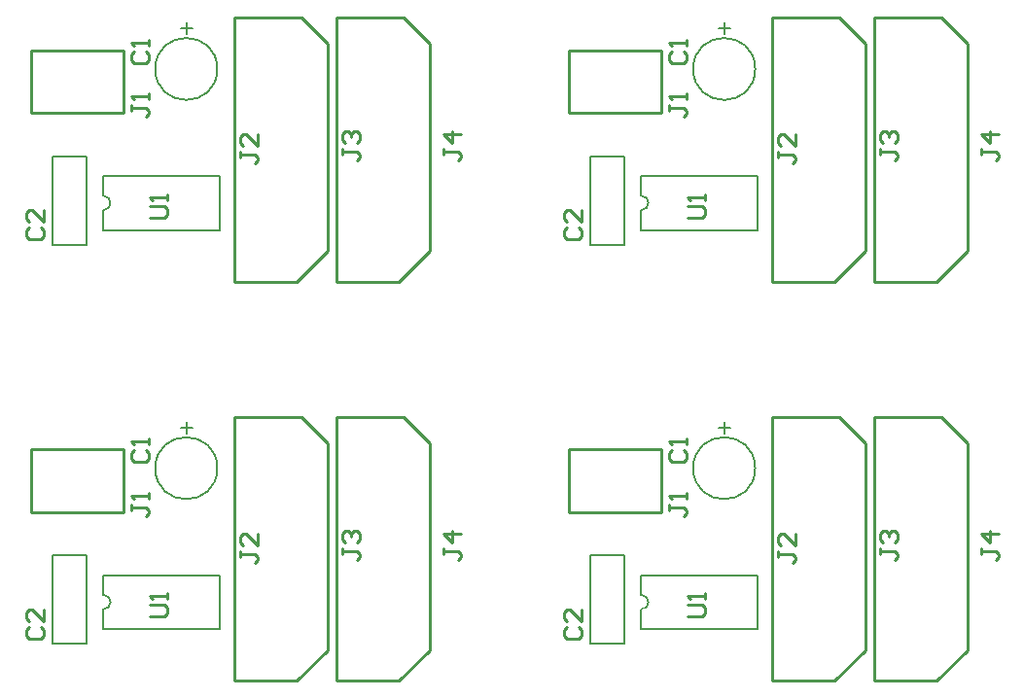
<source format=gto>
G04 Layer_Color=65535*
%FSLAX25Y25*%
%MOIN*%
G70*
G01*
G75*
%ADD21C,0.00787*%
%ADD22C,0.01000*%
D21*
X291630Y295937D02*
G03*
X291630Y295937I-10630J0D01*
G01*
X252500Y247492D02*
G03*
X252500Y252492I0J2500D01*
G01*
X246905Y235685D02*
Y266000D01*
X235094D02*
X246905D01*
X235094Y235685D02*
Y266000D01*
Y235685D02*
X246905D01*
X281000Y307874D02*
Y311874D01*
X279000Y309874D02*
X283000D01*
X252500Y240740D02*
Y247492D01*
Y252492D02*
Y259244D01*
X292500D01*
Y240740D02*
Y259244D01*
X252500Y240740D02*
X292500D01*
X476004Y295937D02*
G03*
X476004Y295937I-10630J0D01*
G01*
X436874Y247492D02*
G03*
X436874Y252492I0J2500D01*
G01*
X431280Y235685D02*
Y266000D01*
X419468D02*
X431280D01*
X419468Y235685D02*
Y266000D01*
Y235685D02*
X431280D01*
X465374Y307874D02*
Y311874D01*
X463374Y309874D02*
X467374D01*
X436874Y240740D02*
Y247492D01*
Y252492D02*
Y259244D01*
X476874D01*
Y240740D02*
Y259244D01*
X436874Y240740D02*
X476874D01*
X291630Y432811D02*
G03*
X291630Y432811I-10630J0D01*
G01*
X252500Y384366D02*
G03*
X252500Y389366I0J2500D01*
G01*
X246905Y372559D02*
Y402874D01*
X235094D02*
X246905D01*
X235094Y372559D02*
Y402874D01*
Y372559D02*
X246905D01*
X281000Y444748D02*
Y448748D01*
X279000Y446748D02*
X283000D01*
X252500Y377614D02*
Y384366D01*
Y389366D02*
Y396118D01*
X292500D01*
Y377614D02*
Y396118D01*
X252500Y377614D02*
X292500D01*
X476004Y432811D02*
G03*
X476004Y432811I-10630J0D01*
G01*
X436874Y384366D02*
G03*
X436874Y389366I0J2500D01*
G01*
X431280Y372559D02*
Y402874D01*
X419468D02*
X431280D01*
X419468Y372559D02*
Y402874D01*
Y372559D02*
X431280D01*
X465374Y444748D02*
Y448748D01*
X463374Y446748D02*
X467374D01*
X436874Y377614D02*
Y384366D01*
Y389366D02*
Y396118D01*
X476874D01*
Y377614D02*
Y396118D01*
X436874Y377614D02*
X476874D01*
D22*
X297413Y223000D02*
Y313500D01*
X320413D01*
X329413Y304500D01*
Y233500D02*
Y304500D01*
X318913Y223000D02*
X329413Y233500D01*
X297413Y223000D02*
X318913D01*
X332413D02*
Y313500D01*
X355413D01*
X364413Y304500D01*
Y233500D02*
Y304500D01*
X353913Y223000D02*
X364413Y233500D01*
X332413Y223000D02*
X353913D01*
X227909Y280752D02*
X259405D01*
X227909D02*
Y302406D01*
X258224D01*
X259405D01*
Y280752D02*
Y302406D01*
X263002Y301999D02*
X262002Y300999D01*
Y299000D01*
X263002Y298000D01*
X267000D01*
X268000Y299000D01*
Y300999D01*
X267000Y301999D01*
X268000Y303998D02*
Y305997D01*
Y304998D01*
X262002D01*
X263002Y303998D01*
X227002Y241499D02*
X226002Y240499D01*
Y238500D01*
X227002Y237500D01*
X231000D01*
X232000Y238500D01*
Y240499D01*
X231000Y241499D01*
X232000Y247497D02*
Y243498D01*
X228001Y247497D01*
X227002D01*
X226002Y246497D01*
Y244498D01*
X227002Y243498D01*
X262002Y283499D02*
Y281499D01*
Y282499D01*
X267000D01*
X268000Y281499D01*
Y280500D01*
X267000Y279500D01*
X268000Y285498D02*
Y287497D01*
Y286498D01*
X262002D01*
X263002Y285498D01*
X299502Y267499D02*
Y265499D01*
Y266499D01*
X304500D01*
X305500Y265499D01*
Y264500D01*
X304500Y263500D01*
X305500Y273497D02*
Y269498D01*
X301501Y273497D01*
X300502D01*
X299502Y272497D01*
Y270498D01*
X300502Y269498D01*
X334502Y268499D02*
Y266499D01*
Y267499D01*
X339500D01*
X340500Y266499D01*
Y265500D01*
X339500Y264500D01*
X335502Y270498D02*
X334502Y271498D01*
Y273497D01*
X335502Y274497D01*
X336501D01*
X337501Y273497D01*
Y272497D01*
Y273497D01*
X338501Y274497D01*
X339500D01*
X340500Y273497D01*
Y271498D01*
X339500Y270498D01*
X369002Y268499D02*
Y266499D01*
Y267499D01*
X374000D01*
X375000Y266499D01*
Y265500D01*
X374000Y264500D01*
X375000Y273497D02*
X369002D01*
X372001Y270498D01*
Y274497D01*
X268502Y245000D02*
X273500D01*
X274500Y246000D01*
Y247999D01*
X273500Y248999D01*
X268502D01*
X274500Y250998D02*
Y252997D01*
Y251998D01*
X268502D01*
X269502Y250998D01*
X481787Y223000D02*
Y313500D01*
X504787D01*
X513787Y304500D01*
Y233500D02*
Y304500D01*
X503287Y223000D02*
X513787Y233500D01*
X481787Y223000D02*
X503287D01*
X516787D02*
Y313500D01*
X539787D01*
X548787Y304500D01*
Y233500D02*
Y304500D01*
X538287Y223000D02*
X548787Y233500D01*
X516787Y223000D02*
X538287D01*
X412284Y280752D02*
X443780D01*
X412284D02*
Y302406D01*
X442598D01*
X443780D01*
Y280752D02*
Y302406D01*
X447376Y301999D02*
X446376Y300999D01*
Y299000D01*
X447376Y298000D01*
X451374D01*
X452374Y299000D01*
Y300999D01*
X451374Y301999D01*
X452374Y303998D02*
Y305997D01*
Y304998D01*
X446376D01*
X447376Y303998D01*
X411376Y241499D02*
X410376Y240499D01*
Y238500D01*
X411376Y237500D01*
X415374D01*
X416374Y238500D01*
Y240499D01*
X415374Y241499D01*
X416374Y247497D02*
Y243498D01*
X412375Y247497D01*
X411376D01*
X410376Y246497D01*
Y244498D01*
X411376Y243498D01*
X446376Y283499D02*
Y281499D01*
Y282499D01*
X451374D01*
X452374Y281499D01*
Y280500D01*
X451374Y279500D01*
X452374Y285498D02*
Y287497D01*
Y286498D01*
X446376D01*
X447376Y285498D01*
X483876Y267499D02*
Y265499D01*
Y266499D01*
X488874D01*
X489874Y265499D01*
Y264500D01*
X488874Y263500D01*
X489874Y273497D02*
Y269498D01*
X485875Y273497D01*
X484876D01*
X483876Y272497D01*
Y270498D01*
X484876Y269498D01*
X518876Y268499D02*
Y266499D01*
Y267499D01*
X523874D01*
X524874Y266499D01*
Y265500D01*
X523874Y264500D01*
X519876Y270498D02*
X518876Y271498D01*
Y273497D01*
X519876Y274497D01*
X520875D01*
X521875Y273497D01*
Y272497D01*
Y273497D01*
X522875Y274497D01*
X523874D01*
X524874Y273497D01*
Y271498D01*
X523874Y270498D01*
X553376Y268499D02*
Y266499D01*
Y267499D01*
X558374D01*
X559374Y266499D01*
Y265500D01*
X558374Y264500D01*
X559374Y273497D02*
X553376D01*
X556375Y270498D01*
Y274497D01*
X452876Y245000D02*
X457874D01*
X458874Y246000D01*
Y247999D01*
X457874Y248999D01*
X452876D01*
X458874Y250998D02*
Y252997D01*
Y251998D01*
X452876D01*
X453876Y250998D01*
X297413Y359874D02*
Y450374D01*
X320413D01*
X329413Y441374D01*
Y370374D02*
Y441374D01*
X318913Y359874D02*
X329413Y370374D01*
X297413Y359874D02*
X318913D01*
X332413D02*
Y450374D01*
X355413D01*
X364413Y441374D01*
Y370374D02*
Y441374D01*
X353913Y359874D02*
X364413Y370374D01*
X332413Y359874D02*
X353913D01*
X227909Y417626D02*
X259405D01*
X227909D02*
Y439280D01*
X258224D01*
X259405D01*
Y417626D02*
Y439280D01*
X263002Y438873D02*
X262002Y437873D01*
Y435874D01*
X263002Y434874D01*
X267000D01*
X268000Y435874D01*
Y437873D01*
X267000Y438873D01*
X268000Y440872D02*
Y442871D01*
Y441872D01*
X262002D01*
X263002Y440872D01*
X227002Y378373D02*
X226002Y377373D01*
Y375374D01*
X227002Y374374D01*
X231000D01*
X232000Y375374D01*
Y377373D01*
X231000Y378373D01*
X232000Y384371D02*
Y380372D01*
X228001Y384371D01*
X227002D01*
X226002Y383371D01*
Y381372D01*
X227002Y380372D01*
X262002Y420373D02*
Y418373D01*
Y419373D01*
X267000D01*
X268000Y418373D01*
Y417374D01*
X267000Y416374D01*
X268000Y422372D02*
Y424371D01*
Y423372D01*
X262002D01*
X263002Y422372D01*
X299502Y404373D02*
Y402373D01*
Y403373D01*
X304500D01*
X305500Y402373D01*
Y401374D01*
X304500Y400374D01*
X305500Y410371D02*
Y406372D01*
X301501Y410371D01*
X300502D01*
X299502Y409371D01*
Y407372D01*
X300502Y406372D01*
X334502Y405373D02*
Y403373D01*
Y404373D01*
X339500D01*
X340500Y403373D01*
Y402374D01*
X339500Y401374D01*
X335502Y407372D02*
X334502Y408372D01*
Y410371D01*
X335502Y411371D01*
X336501D01*
X337501Y410371D01*
Y409371D01*
Y410371D01*
X338501Y411371D01*
X339500D01*
X340500Y410371D01*
Y408372D01*
X339500Y407372D01*
X369002Y405373D02*
Y403373D01*
Y404373D01*
X374000D01*
X375000Y403373D01*
Y402374D01*
X374000Y401374D01*
X375000Y410371D02*
X369002D01*
X372001Y407372D01*
Y411371D01*
X268502Y381874D02*
X273500D01*
X274500Y382874D01*
Y384873D01*
X273500Y385873D01*
X268502D01*
X274500Y387872D02*
Y389871D01*
Y388872D01*
X268502D01*
X269502Y387872D01*
X481787Y359874D02*
Y450374D01*
X504787D01*
X513787Y441374D01*
Y370374D02*
Y441374D01*
X503287Y359874D02*
X513787Y370374D01*
X481787Y359874D02*
X503287D01*
X516787D02*
Y450374D01*
X539787D01*
X548787Y441374D01*
Y370374D02*
Y441374D01*
X538287Y359874D02*
X548787Y370374D01*
X516787Y359874D02*
X538287D01*
X412284Y417626D02*
X443780D01*
X412284D02*
Y439280D01*
X442598D01*
X443780D01*
Y417626D02*
Y439280D01*
X447376Y438873D02*
X446376Y437873D01*
Y435874D01*
X447376Y434874D01*
X451374D01*
X452374Y435874D01*
Y437873D01*
X451374Y438873D01*
X452374Y440872D02*
Y442871D01*
Y441872D01*
X446376D01*
X447376Y440872D01*
X411376Y378373D02*
X410376Y377373D01*
Y375374D01*
X411376Y374374D01*
X415374D01*
X416374Y375374D01*
Y377373D01*
X415374Y378373D01*
X416374Y384371D02*
Y380372D01*
X412375Y384371D01*
X411376D01*
X410376Y383371D01*
Y381372D01*
X411376Y380372D01*
X446376Y420373D02*
Y418373D01*
Y419373D01*
X451374D01*
X452374Y418373D01*
Y417374D01*
X451374Y416374D01*
X452374Y422372D02*
Y424371D01*
Y423372D01*
X446376D01*
X447376Y422372D01*
X483876Y404373D02*
Y402373D01*
Y403373D01*
X488874D01*
X489874Y402373D01*
Y401374D01*
X488874Y400374D01*
X489874Y410371D02*
Y406372D01*
X485875Y410371D01*
X484876D01*
X483876Y409371D01*
Y407372D01*
X484876Y406372D01*
X518876Y405373D02*
Y403373D01*
Y404373D01*
X523874D01*
X524874Y403373D01*
Y402374D01*
X523874Y401374D01*
X519876Y407372D02*
X518876Y408372D01*
Y410371D01*
X519876Y411371D01*
X520875D01*
X521875Y410371D01*
Y409371D01*
Y410371D01*
X522875Y411371D01*
X523874D01*
X524874Y410371D01*
Y408372D01*
X523874Y407372D01*
X553376Y405373D02*
Y403373D01*
Y404373D01*
X558374D01*
X559374Y403373D01*
Y402374D01*
X558374Y401374D01*
X559374Y410371D02*
X553376D01*
X556375Y407372D01*
Y411371D01*
X452876Y381874D02*
X457874D01*
X458874Y382874D01*
Y384873D01*
X457874Y385873D01*
X452876D01*
X458874Y387872D02*
Y389871D01*
Y388872D01*
X452876D01*
X453876Y387872D01*
M02*

</source>
